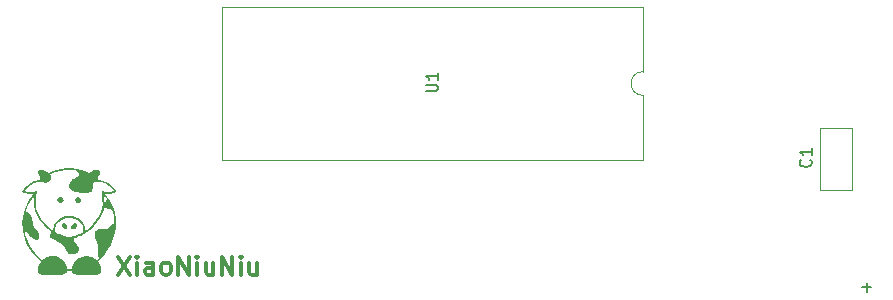
<source format=gbr>
%TF.GenerationSoftware,KiCad,Pcbnew,7.0.3*%
%TF.CreationDate,2023-05-28T22:07:45+08:00*%
%TF.ProjectId,Cartdrige,43617274-6472-4696-9765-2e6b69636164,rev?*%
%TF.SameCoordinates,Original*%
%TF.FileFunction,Legend,Top*%
%TF.FilePolarity,Positive*%
%FSLAX46Y46*%
G04 Gerber Fmt 4.6, Leading zero omitted, Abs format (unit mm)*
G04 Created by KiCad (PCBNEW 7.0.3) date 2023-05-28 22:07:45*
%MOMM*%
%LPD*%
G01*
G04 APERTURE LIST*
%ADD10C,0.150000*%
%ADD11C,0.300000*%
%ADD12C,0.120000*%
G04 APERTURE END LIST*
D10*
X148164779Y-86610866D02*
X148926684Y-86610866D01*
X148545731Y-86991819D02*
X148545731Y-86229914D01*
%TO.C,C1*%
X143782580Y-75779982D02*
X143830200Y-75827601D01*
X143830200Y-75827601D02*
X143877819Y-75970458D01*
X143877819Y-75970458D02*
X143877819Y-76065696D01*
X143877819Y-76065696D02*
X143830200Y-76208553D01*
X143830200Y-76208553D02*
X143734961Y-76303791D01*
X143734961Y-76303791D02*
X143639723Y-76351410D01*
X143639723Y-76351410D02*
X143449247Y-76399029D01*
X143449247Y-76399029D02*
X143306390Y-76399029D01*
X143306390Y-76399029D02*
X143115914Y-76351410D01*
X143115914Y-76351410D02*
X143020676Y-76303791D01*
X143020676Y-76303791D02*
X142925438Y-76208553D01*
X142925438Y-76208553D02*
X142877819Y-76065696D01*
X142877819Y-76065696D02*
X142877819Y-75970458D01*
X142877819Y-75970458D02*
X142925438Y-75827601D01*
X142925438Y-75827601D02*
X142973057Y-75779982D01*
X143877819Y-74827601D02*
X143877819Y-75399029D01*
X143877819Y-75113315D02*
X142877819Y-75113315D01*
X142877819Y-75113315D02*
X143020676Y-75208553D01*
X143020676Y-75208553D02*
X143115914Y-75303791D01*
X143115914Y-75303791D02*
X143163533Y-75399029D01*
D11*
%TO.C,XiaoNiuNiu*%
X85178512Y-84001431D02*
X86194512Y-85525431D01*
X86194512Y-84001431D02*
X85178512Y-85525431D01*
X86775084Y-85525431D02*
X86775084Y-84509431D01*
X86775084Y-84001431D02*
X86702512Y-84074002D01*
X86702512Y-84074002D02*
X86775084Y-84146574D01*
X86775084Y-84146574D02*
X86847655Y-84074002D01*
X86847655Y-84074002D02*
X86775084Y-84001431D01*
X86775084Y-84001431D02*
X86775084Y-84146574D01*
X88153941Y-85525431D02*
X88153941Y-84727145D01*
X88153941Y-84727145D02*
X88081369Y-84582002D01*
X88081369Y-84582002D02*
X87936226Y-84509431D01*
X87936226Y-84509431D02*
X87645941Y-84509431D01*
X87645941Y-84509431D02*
X87500798Y-84582002D01*
X88153941Y-85452860D02*
X88008798Y-85525431D01*
X88008798Y-85525431D02*
X87645941Y-85525431D01*
X87645941Y-85525431D02*
X87500798Y-85452860D01*
X87500798Y-85452860D02*
X87428226Y-85307717D01*
X87428226Y-85307717D02*
X87428226Y-85162574D01*
X87428226Y-85162574D02*
X87500798Y-85017431D01*
X87500798Y-85017431D02*
X87645941Y-84944860D01*
X87645941Y-84944860D02*
X88008798Y-84944860D01*
X88008798Y-84944860D02*
X88153941Y-84872288D01*
X89097369Y-85525431D02*
X88952226Y-85452860D01*
X88952226Y-85452860D02*
X88879655Y-85380288D01*
X88879655Y-85380288D02*
X88807083Y-85235145D01*
X88807083Y-85235145D02*
X88807083Y-84799717D01*
X88807083Y-84799717D02*
X88879655Y-84654574D01*
X88879655Y-84654574D02*
X88952226Y-84582002D01*
X88952226Y-84582002D02*
X89097369Y-84509431D01*
X89097369Y-84509431D02*
X89315083Y-84509431D01*
X89315083Y-84509431D02*
X89460226Y-84582002D01*
X89460226Y-84582002D02*
X89532798Y-84654574D01*
X89532798Y-84654574D02*
X89605369Y-84799717D01*
X89605369Y-84799717D02*
X89605369Y-85235145D01*
X89605369Y-85235145D02*
X89532798Y-85380288D01*
X89532798Y-85380288D02*
X89460226Y-85452860D01*
X89460226Y-85452860D02*
X89315083Y-85525431D01*
X89315083Y-85525431D02*
X89097369Y-85525431D01*
X90258512Y-85525431D02*
X90258512Y-84001431D01*
X90258512Y-84001431D02*
X91129369Y-85525431D01*
X91129369Y-85525431D02*
X91129369Y-84001431D01*
X91855083Y-85525431D02*
X91855083Y-84509431D01*
X91855083Y-84001431D02*
X91782511Y-84074002D01*
X91782511Y-84074002D02*
X91855083Y-84146574D01*
X91855083Y-84146574D02*
X91927654Y-84074002D01*
X91927654Y-84074002D02*
X91855083Y-84001431D01*
X91855083Y-84001431D02*
X91855083Y-84146574D01*
X93233940Y-84509431D02*
X93233940Y-85525431D01*
X92580797Y-84509431D02*
X92580797Y-85307717D01*
X92580797Y-85307717D02*
X92653368Y-85452860D01*
X92653368Y-85452860D02*
X92798511Y-85525431D01*
X92798511Y-85525431D02*
X93016225Y-85525431D01*
X93016225Y-85525431D02*
X93161368Y-85452860D01*
X93161368Y-85452860D02*
X93233940Y-85380288D01*
X93959654Y-85525431D02*
X93959654Y-84001431D01*
X93959654Y-84001431D02*
X94830511Y-85525431D01*
X94830511Y-85525431D02*
X94830511Y-84001431D01*
X95556225Y-85525431D02*
X95556225Y-84509431D01*
X95556225Y-84001431D02*
X95483653Y-84074002D01*
X95483653Y-84074002D02*
X95556225Y-84146574D01*
X95556225Y-84146574D02*
X95628796Y-84074002D01*
X95628796Y-84074002D02*
X95556225Y-84001431D01*
X95556225Y-84001431D02*
X95556225Y-84146574D01*
X96935082Y-84509431D02*
X96935082Y-85525431D01*
X96281939Y-84509431D02*
X96281939Y-85307717D01*
X96281939Y-85307717D02*
X96354510Y-85452860D01*
X96354510Y-85452860D02*
X96499653Y-85525431D01*
X96499653Y-85525431D02*
X96717367Y-85525431D01*
X96717367Y-85525431D02*
X96862510Y-85452860D01*
X96862510Y-85452860D02*
X96935082Y-85380288D01*
D10*
%TO.C,U1*%
X111214819Y-70005220D02*
X112024342Y-70005220D01*
X112024342Y-70005220D02*
X112119580Y-69957601D01*
X112119580Y-69957601D02*
X112167200Y-69909982D01*
X112167200Y-69909982D02*
X112214819Y-69814744D01*
X112214819Y-69814744D02*
X112214819Y-69624268D01*
X112214819Y-69624268D02*
X112167200Y-69529030D01*
X112167200Y-69529030D02*
X112119580Y-69481411D01*
X112119580Y-69481411D02*
X112024342Y-69433792D01*
X112024342Y-69433792D02*
X111214819Y-69433792D01*
X112214819Y-68433792D02*
X112214819Y-69005220D01*
X112214819Y-68719506D02*
X111214819Y-68719506D01*
X111214819Y-68719506D02*
X111357676Y-68814744D01*
X111357676Y-68814744D02*
X111452914Y-68909982D01*
X111452914Y-68909982D02*
X111500533Y-69005220D01*
D12*
%TO.C,C1*%
X144553000Y-78332000D02*
X147293000Y-78332000D01*
X144553000Y-78332000D02*
X144553000Y-73092000D01*
X147293000Y-78332000D02*
X147293000Y-73092000D01*
X144553000Y-73092000D02*
X147293000Y-73092000D01*
%TO.C,XiaoNiuNiu*%
G36*
X81886799Y-78961460D02*
G01*
X81971540Y-79016643D01*
X82028926Y-79099313D01*
X82050956Y-79198455D01*
X82029631Y-79303057D01*
X81967950Y-79391577D01*
X81861669Y-79463394D01*
X81749038Y-79477303D01*
X81638022Y-79432340D01*
X81637036Y-79431652D01*
X81559216Y-79344675D01*
X81527606Y-79237161D01*
X81541058Y-79126358D01*
X81598425Y-79029514D01*
X81667253Y-78977607D01*
X81782703Y-78944777D01*
X81886799Y-78961460D01*
G37*
G36*
X80374901Y-78962764D02*
G01*
X80462648Y-79012597D01*
X80527223Y-79089366D01*
X80557214Y-79185849D01*
X80541209Y-79294824D01*
X80527305Y-79325870D01*
X80447264Y-79428021D01*
X80347109Y-79476591D01*
X80237651Y-79469860D01*
X80129700Y-79406108D01*
X80114361Y-79391577D01*
X80042400Y-79285253D01*
X80029327Y-79173168D01*
X80075676Y-79061974D01*
X80086751Y-79047092D01*
X80175541Y-78972790D01*
X80275395Y-78947088D01*
X80374901Y-78962764D01*
G37*
G36*
X80638141Y-81143826D02*
G01*
X80742281Y-81207951D01*
X80818932Y-81302038D01*
X80862687Y-81411063D01*
X80868142Y-81520000D01*
X80829892Y-81613825D01*
X80813828Y-81632205D01*
X80733878Y-81684239D01*
X80648580Y-81680366D01*
X80550263Y-81620122D01*
X80545385Y-81616058D01*
X80467323Y-81525444D01*
X80415156Y-81416506D01*
X80397841Y-81311396D01*
X80404745Y-81268150D01*
X80456737Y-81187428D01*
X80538616Y-81141103D01*
X80628830Y-81140656D01*
X80638141Y-81143826D01*
G37*
G36*
X81532748Y-81125096D02*
G01*
X81587829Y-81163845D01*
X81601895Y-81177551D01*
X81651855Y-81266497D01*
X81658601Y-81375870D01*
X81626519Y-81488558D01*
X81559994Y-81587448D01*
X81481646Y-81646847D01*
X81387378Y-81685650D01*
X81319640Y-81683328D01*
X81259223Y-81638536D01*
X81252057Y-81630802D01*
X81204888Y-81537536D01*
X81203097Y-81426448D01*
X81241853Y-81313680D01*
X81316323Y-81215377D01*
X81392719Y-81160847D01*
X81475680Y-81124733D01*
X81532748Y-81125096D01*
G37*
G36*
X81666521Y-76556009D02*
G01*
X82091821Y-76651233D01*
X82492320Y-76795487D01*
X82525899Y-76810462D01*
X82711681Y-76894700D01*
X82906967Y-76794102D01*
X83099661Y-76708234D01*
X83271760Y-76657874D01*
X83416864Y-76643487D01*
X83528572Y-76665537D01*
X83600483Y-76724488D01*
X83610615Y-76743084D01*
X83626786Y-76837391D01*
X83612250Y-76968759D01*
X83569915Y-77123804D01*
X83502689Y-77289139D01*
X83483532Y-77328159D01*
X83436841Y-77434793D01*
X83420498Y-77507401D01*
X83434713Y-77539850D01*
X83476674Y-77527919D01*
X83538031Y-77517826D01*
X83641360Y-77529811D01*
X83773628Y-77560476D01*
X83921797Y-77606424D01*
X84072834Y-77664257D01*
X84171174Y-77708955D01*
X84313158Y-77783408D01*
X84435309Y-77860762D01*
X84555583Y-77954048D01*
X84691937Y-78076297D01*
X84739491Y-78121358D01*
X84847002Y-78228060D01*
X84936217Y-78324074D01*
X84998784Y-78399853D01*
X85026350Y-78445849D01*
X85026955Y-78449920D01*
X84998801Y-78493939D01*
X84922239Y-78540909D01*
X84809120Y-78587160D01*
X84671292Y-78629019D01*
X84520605Y-78662815D01*
X84368909Y-78684876D01*
X84246818Y-78691661D01*
X84088042Y-78692109D01*
X84251779Y-78920312D01*
X84509063Y-79330685D01*
X84714207Y-79771880D01*
X84867045Y-80243513D01*
X84910779Y-80427867D01*
X84952378Y-80688212D01*
X84975765Y-80983705D01*
X84980985Y-81294340D01*
X84968080Y-81600109D01*
X84937095Y-81881005D01*
X84907284Y-82040754D01*
X84768653Y-82525902D01*
X84579764Y-82977433D01*
X84339737Y-83396894D01*
X84047694Y-83785835D01*
X83721196Y-84128539D01*
X83445204Y-84388347D01*
X83508218Y-84476842D01*
X83616636Y-84673133D01*
X83688606Y-84897512D01*
X83712386Y-85057265D01*
X83714564Y-85207386D01*
X83689990Y-85315136D01*
X83630928Y-85395708D01*
X83529643Y-85464290D01*
X83496287Y-85481608D01*
X83445650Y-85505803D01*
X83397045Y-85524366D01*
X83341582Y-85538185D01*
X83270369Y-85548150D01*
X83174517Y-85555150D01*
X83045135Y-85560074D01*
X82873333Y-85563812D01*
X82650220Y-85567253D01*
X82638371Y-85567422D01*
X82317201Y-85569260D01*
X82050809Y-85564033D01*
X81833637Y-85550568D01*
X81660130Y-85527691D01*
X81524730Y-85494229D01*
X81421882Y-85449007D01*
X81346030Y-85390853D01*
X81291616Y-85318593D01*
X81271566Y-85278745D01*
X81244526Y-85225335D01*
X81212172Y-85197469D01*
X81156496Y-85187858D01*
X81059489Y-85189209D01*
X81051144Y-85189510D01*
X80950023Y-85195436D01*
X80890498Y-85210041D01*
X80853548Y-85242520D01*
X80820733Y-85300900D01*
X80742134Y-85400984D01*
X80615879Y-85477309D01*
X80437358Y-85532465D01*
X80391289Y-85541887D01*
X80292992Y-85553718D01*
X80148029Y-85562343D01*
X79968228Y-85567866D01*
X79765414Y-85570388D01*
X79551414Y-85570014D01*
X79338054Y-85566847D01*
X79137160Y-85560990D01*
X78960558Y-85552546D01*
X78820074Y-85541619D01*
X78727535Y-85528312D01*
X78723264Y-85527319D01*
X78568196Y-85471923D01*
X78464593Y-85389333D01*
X78406761Y-85272556D01*
X78389007Y-85116650D01*
X78407649Y-84931338D01*
X78458268Y-84740890D01*
X78532903Y-84571843D01*
X78570185Y-84512640D01*
X78635158Y-84421394D01*
X78274702Y-84064926D01*
X78014562Y-83790524D01*
X77798890Y-83522993D01*
X77615950Y-83246491D01*
X77471643Y-82981012D01*
X77287079Y-82543467D01*
X77158523Y-82089828D01*
X77124286Y-81872474D01*
X77248363Y-81872474D01*
X77255361Y-81923543D01*
X77274601Y-82013469D01*
X77302535Y-82132324D01*
X77429348Y-82545024D01*
X77608311Y-82950224D01*
X77832704Y-83337026D01*
X78095807Y-83694531D01*
X78390899Y-84011842D01*
X78547621Y-84151419D01*
X78724044Y-84298240D01*
X78874987Y-84189799D01*
X79114992Y-84052225D01*
X79368162Y-83970874D01*
X79626936Y-83945141D01*
X79883753Y-83974425D01*
X80131051Y-84058120D01*
X80361270Y-84195623D01*
X80504572Y-84319918D01*
X80641934Y-84484847D01*
X80750637Y-84670615D01*
X80820238Y-84857751D01*
X80836133Y-84938069D01*
X80852120Y-85057265D01*
X81044569Y-85057265D01*
X81149440Y-85055727D01*
X81208971Y-85047091D01*
X81238432Y-85025321D01*
X81253093Y-84984381D01*
X81255472Y-84973911D01*
X81321195Y-84743228D01*
X81411169Y-84553306D01*
X81535382Y-84385987D01*
X81634168Y-84285450D01*
X81843949Y-84127541D01*
X82080248Y-84016544D01*
X82331349Y-83956044D01*
X82585539Y-83949623D01*
X82687169Y-83963314D01*
X82820713Y-83997118D01*
X82963127Y-84047935D01*
X83097060Y-84108045D01*
X83205161Y-84169730D01*
X83266907Y-84221259D01*
X83315858Y-84261277D01*
X83370128Y-84257048D01*
X83443833Y-84206491D01*
X83459662Y-84192832D01*
X83513493Y-84138929D01*
X83525631Y-84097650D01*
X83505609Y-84049816D01*
X83488297Y-83987798D01*
X83472905Y-83868239D01*
X83459720Y-83694197D01*
X83449032Y-83468731D01*
X83447835Y-83435665D01*
X83440571Y-83239562D01*
X83433098Y-83090751D01*
X83423344Y-82975933D01*
X83409238Y-82881810D01*
X83388707Y-82795082D01*
X83359681Y-82702450D01*
X83320087Y-82590614D01*
X83313277Y-82571823D01*
X83246761Y-82370782D01*
X83208478Y-82209351D01*
X83195503Y-82076859D01*
X83197345Y-81972865D01*
X83211773Y-81906443D01*
X83247008Y-81854705D01*
X83290077Y-81813515D01*
X83381540Y-81747126D01*
X83489581Y-81702115D01*
X83626754Y-81675371D01*
X83805618Y-81663783D01*
X83898871Y-81662684D01*
X84063209Y-81657227D01*
X84195426Y-81642140D01*
X84277749Y-81620504D01*
X84341340Y-81580289D01*
X84430674Y-81507425D01*
X84531015Y-81414387D01*
X84581992Y-81362867D01*
X84673151Y-81271041D01*
X84750951Y-81198673D01*
X84804767Y-81155335D01*
X84821383Y-81147241D01*
X84837423Y-81119306D01*
X84843274Y-81042942D01*
X84839867Y-80929314D01*
X84828138Y-80789584D01*
X84809018Y-80634915D01*
X84783442Y-80476470D01*
X84752848Y-80327581D01*
X84723431Y-80204051D01*
X84698533Y-80104888D01*
X84681575Y-80043440D01*
X84676620Y-80030210D01*
X84644351Y-80020321D01*
X84567471Y-80003782D01*
X84461182Y-79983803D01*
X84435835Y-79979347D01*
X84312768Y-79953176D01*
X84204106Y-79921658D01*
X84131582Y-79891194D01*
X84127097Y-79888414D01*
X84088043Y-79859181D01*
X84066066Y-79825015D01*
X84057662Y-79770367D01*
X84059330Y-79679688D01*
X84063447Y-79605863D01*
X84087436Y-79412075D01*
X84134887Y-79263206D01*
X84145051Y-79242333D01*
X84181313Y-79155197D01*
X84196387Y-79083697D01*
X84193902Y-79061306D01*
X84165823Y-79009855D01*
X84116966Y-78937162D01*
X84059734Y-78859758D01*
X84006533Y-78794175D01*
X83969768Y-78756943D01*
X83963045Y-78753667D01*
X83957328Y-78780027D01*
X83961979Y-78848843D01*
X83970754Y-78911859D01*
X83990609Y-79081938D01*
X84001342Y-79279886D01*
X84003211Y-79488634D01*
X83996473Y-79691112D01*
X83981387Y-79870253D01*
X83958211Y-80008988D01*
X83953916Y-80025761D01*
X83823639Y-80390740D01*
X83636335Y-80746274D01*
X83395358Y-81088337D01*
X83104059Y-81412901D01*
X82765790Y-81715936D01*
X82383903Y-81993415D01*
X82242022Y-82082861D01*
X82123494Y-82149905D01*
X81985499Y-82220330D01*
X81841367Y-82288212D01*
X81704431Y-82347627D01*
X81588022Y-82392650D01*
X81505472Y-82417359D01*
X81482698Y-82420272D01*
X81444931Y-82445566D01*
X81409090Y-82504236D01*
X81390177Y-82570465D01*
X81389723Y-82580288D01*
X81408893Y-82620008D01*
X81460481Y-82692239D01*
X81535604Y-82785116D01*
X81589775Y-82847496D01*
X81718211Y-83000072D01*
X81804680Y-83124964D01*
X81854759Y-83232095D01*
X81874028Y-83331391D01*
X81874688Y-83354434D01*
X81846427Y-83475155D01*
X81769571Y-83586023D01*
X81656011Y-83681229D01*
X81517638Y-83754961D01*
X81366343Y-83801409D01*
X81214017Y-83814764D01*
X81072550Y-83789213D01*
X81026062Y-83769110D01*
X80920628Y-83687705D01*
X80826341Y-83566649D01*
X80759155Y-83426722D01*
X80756141Y-83417578D01*
X80692779Y-83265178D01*
X80601342Y-83125464D01*
X80475628Y-82992772D01*
X80309434Y-82861436D01*
X80096560Y-82725794D01*
X79850388Y-82590363D01*
X79647282Y-82478641D01*
X79499678Y-82383999D01*
X79405415Y-82304801D01*
X79362335Y-82239413D01*
X79358936Y-82218148D01*
X79375399Y-82139179D01*
X79415751Y-82047385D01*
X79466431Y-81969644D01*
X79500069Y-81938403D01*
X79538831Y-81909907D01*
X79525020Y-81887118D01*
X79502294Y-81872837D01*
X79363362Y-81775447D01*
X79201128Y-81638843D01*
X79026347Y-81473961D01*
X78849776Y-81291732D01*
X78682172Y-81103093D01*
X78534293Y-80918978D01*
X78454196Y-80807429D01*
X78369229Y-80663078D01*
X78280932Y-80481236D01*
X78198579Y-80283707D01*
X78131447Y-80092295D01*
X78097174Y-79968075D01*
X78075775Y-79834057D01*
X78061481Y-79659007D01*
X78054553Y-79462125D01*
X78055253Y-79262612D01*
X78063841Y-79079669D01*
X78080580Y-78932496D01*
X78082906Y-78919442D01*
X78098374Y-78828574D01*
X78102116Y-78773196D01*
X78090529Y-78755913D01*
X78060006Y-78779330D01*
X78006942Y-78846052D01*
X77927732Y-78958683D01*
X77831216Y-79101298D01*
X77672135Y-79353812D01*
X77545889Y-79592673D01*
X77439085Y-79843443D01*
X77430428Y-79866250D01*
X77384539Y-79996336D01*
X77364874Y-80084304D01*
X77372801Y-80143332D01*
X77409688Y-80186594D01*
X77467418Y-80222206D01*
X77586365Y-80306192D01*
X77701411Y-80421247D01*
X77797239Y-80549088D01*
X77858527Y-80671431D01*
X77866547Y-80698562D01*
X77885353Y-80790211D01*
X77907112Y-80918401D01*
X77927885Y-81059446D01*
X77933098Y-81098864D01*
X77954215Y-81235534D01*
X77980003Y-81362422D01*
X78005844Y-81457706D01*
X78013280Y-81477742D01*
X78082080Y-81599595D01*
X78171573Y-81699167D01*
X78266229Y-81760105D01*
X78288204Y-81767218D01*
X78362134Y-81814463D01*
X78418473Y-81905228D01*
X78456231Y-82025097D01*
X78474416Y-82159656D01*
X78472039Y-82294488D01*
X78448108Y-82415180D01*
X78401636Y-82507317D01*
X78342184Y-82552995D01*
X78261475Y-82570830D01*
X78174769Y-82560631D01*
X78075602Y-82518788D01*
X77957509Y-82441688D01*
X77814026Y-82325720D01*
X77638687Y-82167273D01*
X77619466Y-82149249D01*
X77503005Y-82041546D01*
X77400948Y-81950544D01*
X77321850Y-81883615D01*
X77274268Y-81848131D01*
X77265645Y-81844377D01*
X77252245Y-81849629D01*
X77248363Y-81872474D01*
X77124286Y-81872474D01*
X77085435Y-81625841D01*
X77067274Y-81157253D01*
X77103498Y-80689811D01*
X77193568Y-80229262D01*
X77336942Y-79781352D01*
X77533078Y-79351828D01*
X77781438Y-78946436D01*
X77861735Y-78836083D01*
X77970472Y-78692109D01*
X77808439Y-78691661D01*
X77664248Y-78682648D01*
X77511179Y-78658786D01*
X77361031Y-78623717D01*
X77225604Y-78581082D01*
X77116696Y-78534522D01*
X77046107Y-78487678D01*
X77025046Y-78449920D01*
X77045303Y-78411141D01*
X77237217Y-78411141D01*
X77264881Y-78435314D01*
X77338019Y-78462809D01*
X77441853Y-78490284D01*
X77561603Y-78514401D01*
X77682491Y-78531818D01*
X77789738Y-78539195D01*
X77803941Y-78539228D01*
X77923300Y-78528509D01*
X78042009Y-78503429D01*
X78070750Y-78494219D01*
X78175860Y-78459218D01*
X78245038Y-78448552D01*
X78282569Y-78469156D01*
X78292737Y-78527967D01*
X78279828Y-78631921D01*
X78249186Y-78783040D01*
X78223832Y-78941681D01*
X78206584Y-79133192D01*
X78197674Y-79340460D01*
X78197337Y-79546373D01*
X78205807Y-79733820D01*
X78223316Y-79885688D01*
X78233443Y-79934830D01*
X78286337Y-80101078D01*
X78366296Y-80295263D01*
X78463767Y-80497014D01*
X78569194Y-80685958D01*
X78631404Y-80783392D01*
X78769652Y-80966173D01*
X78944000Y-81164839D01*
X79139077Y-81363247D01*
X79339516Y-81545253D01*
X79419556Y-81611289D01*
X79646883Y-81792747D01*
X79660975Y-81681245D01*
X79843786Y-81681245D01*
X79847133Y-81800027D01*
X79861162Y-81884066D01*
X79862912Y-81888964D01*
X79903148Y-81931784D01*
X79989849Y-81987888D01*
X80111705Y-82052202D01*
X80257407Y-82119655D01*
X80415646Y-82185171D01*
X80575113Y-82243679D01*
X80724498Y-82290104D01*
X80798673Y-82308741D01*
X80951238Y-82324944D01*
X81136649Y-82316823D01*
X81332851Y-82285754D01*
X81392452Y-82271669D01*
X81527018Y-82231015D01*
X81680467Y-82175188D01*
X81835934Y-82111335D01*
X81976551Y-82046600D01*
X82085453Y-81988132D01*
X82126413Y-81960701D01*
X82182272Y-81882684D01*
X82211837Y-81765316D01*
X82215729Y-81623562D01*
X82194566Y-81472389D01*
X82148969Y-81326763D01*
X82095948Y-81225281D01*
X81938798Y-81037086D01*
X81744996Y-80889419D01*
X81523524Y-80782907D01*
X81283367Y-80718179D01*
X81033510Y-80695862D01*
X80782935Y-80716582D01*
X80540629Y-80780968D01*
X80315573Y-80889647D01*
X80116754Y-81043247D01*
X80076390Y-81084237D01*
X79994735Y-81179967D01*
X79925647Y-81275824D01*
X79887551Y-81343925D01*
X79865023Y-81430446D01*
X79850092Y-81550469D01*
X79843786Y-81681245D01*
X79660975Y-81681245D01*
X79668951Y-81618145D01*
X79696241Y-81483999D01*
X79740391Y-81342161D01*
X79764743Y-81282505D01*
X79898036Y-81060933D01*
X80079150Y-80874998D01*
X80309148Y-80723789D01*
X80528303Y-80627487D01*
X80706367Y-80582753D01*
X80918057Y-80560559D01*
X81140724Y-80560905D01*
X81351718Y-80583791D01*
X81523697Y-80627487D01*
X81783392Y-80747500D01*
X82002093Y-80901206D01*
X82175617Y-81083860D01*
X82299786Y-81290719D01*
X82370417Y-81517038D01*
X82381827Y-81601195D01*
X82393719Y-81697252D01*
X82407988Y-81763384D01*
X82419501Y-81783756D01*
X82449599Y-81765400D01*
X82516226Y-81715351D01*
X82609690Y-81641144D01*
X82720298Y-81550310D01*
X82726121Y-81545453D01*
X83045453Y-81248667D01*
X83317427Y-80932382D01*
X83538740Y-80601546D01*
X83706087Y-80261108D01*
X83816165Y-79916016D01*
X83817271Y-79911230D01*
X83835315Y-79787041D01*
X83845035Y-79619517D01*
X83846692Y-79425335D01*
X83840552Y-79221169D01*
X83826878Y-79023695D01*
X83805935Y-78849588D01*
X83799895Y-78813350D01*
X83772203Y-78650794D01*
X83759919Y-78540653D01*
X83767095Y-78475795D01*
X83797785Y-78449087D01*
X83856042Y-78453398D01*
X83945919Y-78481593D01*
X83981251Y-78494219D01*
X84090748Y-78522106D01*
X84214751Y-78537971D01*
X84248060Y-78539228D01*
X84351933Y-78533672D01*
X84471698Y-78517568D01*
X84592576Y-78494256D01*
X84699787Y-78467076D01*
X84778552Y-78439369D01*
X84814093Y-78414474D01*
X84814783Y-78411141D01*
X84791900Y-78368817D01*
X84730165Y-78300400D01*
X84639953Y-78215178D01*
X84531637Y-78122439D01*
X84415591Y-78031471D01*
X84302189Y-77951561D01*
X84299509Y-77949806D01*
X84020580Y-77798773D01*
X83724805Y-77701907D01*
X83511442Y-77664982D01*
X83381667Y-77652701D01*
X83295407Y-77653849D01*
X83236885Y-77669232D01*
X83216983Y-77680005D01*
X83142807Y-77712895D01*
X83091780Y-77722181D01*
X83064186Y-77727915D01*
X83045947Y-77752595D01*
X83034258Y-77807441D01*
X83026316Y-77903672D01*
X83021389Y-78003860D01*
X83005431Y-78191557D01*
X82972918Y-78331104D01*
X82918600Y-78433906D01*
X82837230Y-78511371D01*
X82768840Y-78552757D01*
X82622854Y-78603367D01*
X82440145Y-78627033D01*
X82232417Y-78626150D01*
X82011373Y-78603111D01*
X81788716Y-78560310D01*
X81576149Y-78500140D01*
X81385375Y-78424994D01*
X81228097Y-78337268D01*
X81116018Y-78239354D01*
X81094198Y-78210240D01*
X81036170Y-78070586D01*
X81027158Y-77912340D01*
X81064732Y-77748970D01*
X81146459Y-77593944D01*
X81221635Y-77504502D01*
X81289516Y-77454924D01*
X81394144Y-77398588D01*
X81514371Y-77346717D01*
X81529787Y-77340980D01*
X81706577Y-77269302D01*
X81825837Y-77201170D01*
X81889986Y-77131146D01*
X81901445Y-77053792D01*
X81862634Y-76963671D01*
X81775974Y-76855343D01*
X81755597Y-76833613D01*
X81606197Y-76676998D01*
X81149173Y-76665851D01*
X80694704Y-76674626D01*
X80282156Y-76724581D01*
X79908435Y-76816296D01*
X79570443Y-76950353D01*
X79532271Y-76969245D01*
X79461929Y-77007836D01*
X79437556Y-77036987D01*
X79450222Y-77072968D01*
X79464073Y-77093510D01*
X79504554Y-77199769D01*
X79503913Y-77328449D01*
X79465928Y-77461240D01*
X79394375Y-77579831D01*
X79355264Y-77620962D01*
X79236811Y-77692863D01*
X79090363Y-77730242D01*
X78941445Y-77727050D01*
X78923309Y-77723357D01*
X78841268Y-77699686D01*
X78785452Y-77674671D01*
X78778814Y-77669458D01*
X78731862Y-77656734D01*
X78641102Y-77657453D01*
X78521345Y-77669621D01*
X78387404Y-77691245D01*
X78254094Y-77720330D01*
X78136227Y-77754884D01*
X78131370Y-77756590D01*
X78010027Y-77807993D01*
X77871075Y-77879183D01*
X77752492Y-77949806D01*
X77639286Y-78029325D01*
X77523180Y-78120132D01*
X77414549Y-78212939D01*
X77323764Y-78298458D01*
X77261201Y-78367402D01*
X77237232Y-78410483D01*
X77237217Y-78411141D01*
X77045303Y-78411141D01*
X77046021Y-78409767D01*
X77103379Y-78338252D01*
X77188766Y-78244923D01*
X77293829Y-78139329D01*
X77312509Y-78121358D01*
X77457346Y-77987678D01*
X77580623Y-77886936D01*
X77700297Y-77806102D01*
X77834326Y-77732145D01*
X77880826Y-77708955D01*
X78049371Y-77635226D01*
X78217564Y-77577251D01*
X78372306Y-77538300D01*
X78500500Y-77521644D01*
X78589047Y-77530556D01*
X78591505Y-77531462D01*
X78625807Y-77534553D01*
X78626687Y-77522417D01*
X78607877Y-77483508D01*
X78569974Y-77405580D01*
X78520495Y-77304082D01*
X78510313Y-77283216D01*
X78424000Y-77061800D01*
X78394580Y-76899707D01*
X78389874Y-76799959D01*
X78398139Y-76740744D01*
X78425477Y-76702366D01*
X78464557Y-76673838D01*
X78519873Y-76644002D01*
X78577024Y-76634494D01*
X78658446Y-76643674D01*
X78718046Y-76655336D01*
X78833396Y-76687641D01*
X78971980Y-76738356D01*
X79103980Y-76796557D01*
X79105123Y-76797119D01*
X79321119Y-76903406D01*
X79516501Y-76814815D01*
X79916452Y-76665111D01*
X80341386Y-76564365D01*
X80781346Y-76512589D01*
X81226377Y-76509799D01*
X81666521Y-76556009D01*
G37*
%TO.C,U1*%
X129600000Y-62882000D02*
X93920000Y-62882000D01*
X93920000Y-62882000D02*
X93920000Y-75802000D01*
X129600000Y-68342000D02*
X129600000Y-62882000D01*
X129600000Y-75802000D02*
X129600000Y-70342000D01*
X93920000Y-75802000D02*
X129600000Y-75802000D01*
X129600000Y-68342000D02*
G75*
G03*
X129600000Y-70342000I0J-1000000D01*
G01*
%TD*%
M02*

</source>
